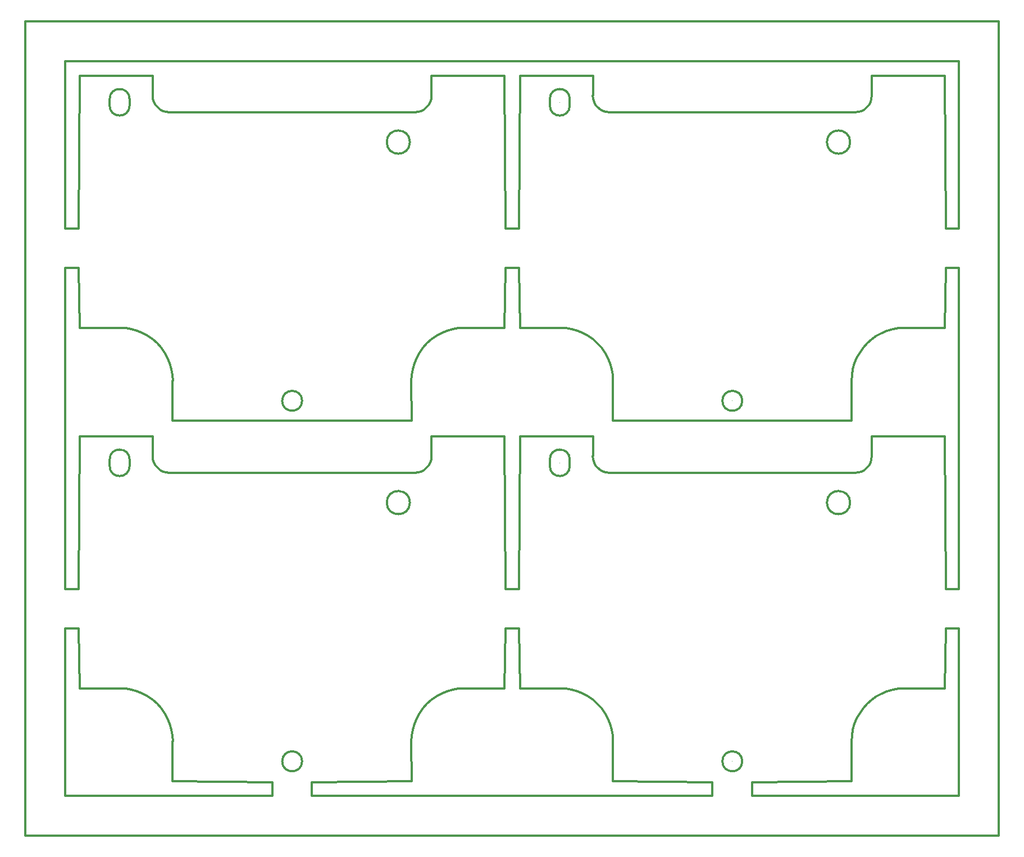
<source format=gm1>
%TF.GenerationSoftware,KiCad,Pcbnew,(6.0.0)*%
%TF.CreationDate,2022-02-12T17:38:03+08:00*%
%TF.ProjectId,SX7H02050048PB,53583748-3032-4303-9530-30343850422e,rev?*%
%TF.SameCoordinates,Original*%
%TF.FileFunction,Profile,NP*%
%FSLAX46Y46*%
G04 Gerber Fmt 4.6, Leading zero omitted, Abs format (unit mm)*
G04 Created by KiCad (PCBNEW (6.0.0)) date 2022-02-12 17:38:03*
%MOMM*%
%LPD*%
G01*
G04 APERTURE LIST*
%TA.AperFunction,Profile*%
%ADD10C,0.350000*%
%TD*%
%TA.AperFunction,Profile*%
%ADD11C,0.010049*%
%TD*%
%TA.AperFunction,Profile*%
%ADD12C,0.010050*%
%TD*%
G04 APERTURE END LIST*
D10*
X129525000Y-134700122D02*
X129525000Y-136700122D01*
X123525000Y-134700122D02*
X123525000Y-136700122D01*
X129525000Y-136700122D02*
X160700000Y-136700122D01*
X63175000Y-136700122D02*
X123525000Y-136700122D01*
X129525000Y-134700122D02*
X144525000Y-134525122D01*
X108525000Y-134525122D02*
X123525000Y-134700122D01*
X63175000Y-134700122D02*
X63175000Y-136700122D01*
X57175000Y-134700122D02*
X57175000Y-136700122D01*
X26000000Y-136700122D02*
X57175000Y-136700122D01*
X63175000Y-134700122D02*
X78175000Y-134525122D01*
X42175000Y-134525122D02*
X57175000Y-134700122D01*
X158700000Y-111525091D02*
X160700000Y-111525091D01*
X158700000Y-105525091D02*
X160700000Y-105525091D01*
X160700000Y-111525091D02*
X160700000Y-136700122D01*
X160700000Y-57175030D02*
X160700000Y-105525091D01*
X158700000Y-111525091D02*
X158525000Y-120525122D01*
X158525000Y-82525061D02*
X158700000Y-105525091D01*
X92350000Y-111525091D02*
X94350000Y-111525091D01*
X92350000Y-105525091D02*
X94350000Y-105525091D01*
X94350000Y-111525091D02*
X94525000Y-120525122D01*
X94525000Y-82525061D02*
X94350000Y-105525091D01*
X92350000Y-111525091D02*
X92175000Y-120525122D01*
X92175000Y-82525061D02*
X92350000Y-105525091D01*
X26000000Y-111525091D02*
X28000000Y-111525091D01*
X26000000Y-105525091D02*
X28000000Y-105525091D01*
X28000000Y-111525091D02*
X28175000Y-120525122D01*
X28175000Y-82525061D02*
X28000000Y-105525091D01*
X26000000Y-111525091D02*
X26000000Y-136700122D01*
X26000000Y-57175030D02*
X26000000Y-105525091D01*
X158700000Y-57175030D02*
X160700000Y-57175030D01*
X158700000Y-51175030D02*
X160700000Y-51175030D01*
X160700000Y-26000000D02*
X160700000Y-51175030D01*
X158700000Y-57175030D02*
X158525000Y-66175061D01*
X158525000Y-28175000D02*
X158700000Y-51175030D01*
X92350000Y-57175030D02*
X94350000Y-57175030D01*
X92350000Y-51175030D02*
X94350000Y-51175030D01*
X94350000Y-57175030D02*
X94525000Y-66175061D01*
X94525000Y-28175000D02*
X94350000Y-51175030D01*
X92350000Y-57175030D02*
X92175000Y-66175061D01*
X92175000Y-28175000D02*
X92350000Y-51175030D01*
X26000000Y-57175030D02*
X28000000Y-57175030D01*
X26000000Y-51175030D02*
X28000000Y-51175030D01*
X28000000Y-57175030D02*
X28175000Y-66175061D01*
X28175000Y-28175000D02*
X28000000Y-51175030D01*
X26000000Y-26000000D02*
X26000000Y-51175030D01*
X107063636Y-87845923D02*
X106629371Y-87613806D01*
X108336707Y-126742102D02*
X108487220Y-127627966D01*
X147529212Y-122260596D02*
X148262061Y-121740637D01*
X107309485Y-124262122D02*
X107744117Y-125048560D01*
X105525000Y-85525061D02*
X105525000Y-82525061D01*
X108025000Y-88037146D02*
X107534888Y-87988928D01*
X144525000Y-134525122D02*
X144512427Y-128525122D01*
X107534888Y-87988928D02*
X107063636Y-87845923D01*
X144713294Y-126742102D02*
X144962073Y-125878699D01*
X144512427Y-128525122D02*
X144562781Y-127627966D01*
X106789527Y-123529334D02*
X107309485Y-124262122D01*
X145740516Y-124262122D02*
X146260474Y-123529334D01*
X105704139Y-86486426D02*
X105561133Y-86015173D01*
X147113746Y-86920691D02*
X146801307Y-87301367D01*
X149878638Y-120962134D02*
X150742041Y-120713355D01*
X99025000Y-87019080D02*
X99025000Y-86019080D01*
X108087928Y-125878699D02*
X108336707Y-126742102D01*
X105525000Y-82525061D02*
X94525000Y-82525061D01*
X128028967Y-131525122D02*
G75*
G03*
X128028967Y-131525122I-1499999J0D01*
G01*
X147525000Y-85525061D02*
X147537085Y-85525061D01*
X107744117Y-125048560D02*
X108087928Y-125878699D01*
X158525000Y-82525061D02*
X147525000Y-82525061D01*
X105936255Y-86920691D02*
X105704139Y-86486426D01*
X108487220Y-127627966D02*
X108537574Y-128525122D01*
X105512915Y-85525061D02*
X105525000Y-85525061D01*
X150742041Y-120713355D02*
X151627906Y-120562842D01*
X144285436Y-92520422D02*
G75*
G03*
X144285436Y-92520422I-1749999J0D01*
G01*
X102025000Y-86019080D02*
G75*
G03*
X99025000Y-86019080I-1500000J0D01*
G01*
X99025000Y-87019080D02*
G75*
G03*
X102025000Y-87019080I1500000J0D01*
G01*
X144562781Y-127627966D02*
X144713294Y-126742102D01*
X103171363Y-120962134D02*
X104001502Y-121306006D01*
X108537574Y-128525122D02*
X108525000Y-128525122D01*
X101422095Y-120562842D02*
X102307959Y-120713355D01*
X146260474Y-123529334D02*
X146859229Y-122859351D01*
X148262061Y-121740637D02*
X149048499Y-121306006D01*
D11*
X126533992Y-131525122D02*
G75*
G03*
X126533992Y-131525122I-5024J0D01*
G01*
D10*
X152525000Y-120525122D02*
X158525000Y-120525122D01*
X106190772Y-122859351D02*
X106789527Y-123529334D01*
X94525000Y-120525122D02*
X100525000Y-120512488D01*
X147537085Y-85525061D02*
X147488868Y-86015173D01*
X146859229Y-122859351D02*
X147529212Y-122260596D01*
X145305884Y-125048560D02*
X145740516Y-124262122D01*
X106248694Y-87301367D02*
X105936255Y-86920691D01*
D11*
X142540461Y-92520422D02*
G75*
G03*
X142540461Y-92520422I-5024J0D01*
G01*
D10*
X105520789Y-122260596D02*
X106190772Y-122859351D01*
X147488868Y-86015173D02*
X147345862Y-86486426D01*
X152525000Y-120512488D02*
X152525000Y-120525122D01*
X145025000Y-88025061D02*
X108025000Y-88025061D01*
X145515113Y-87988928D02*
X145025000Y-88037146D01*
X102025000Y-86019080D02*
X102025000Y-87019080D01*
X147345862Y-86486426D02*
X147113746Y-86920691D01*
X104787940Y-121740637D02*
X105520789Y-122260596D01*
X108025000Y-88025061D02*
X108025000Y-88037146D01*
X147525000Y-82525061D02*
X147525000Y-85525061D01*
X145986365Y-87845923D02*
X145515113Y-87988928D01*
X146801307Y-87301367D02*
X146420630Y-87613806D01*
X149048499Y-121306006D02*
X149878638Y-120962134D01*
X145025000Y-88037146D02*
X145025000Y-88025061D01*
X102307959Y-120713355D02*
X103171363Y-120962134D01*
X144962073Y-125878699D02*
X145305884Y-125048560D01*
D12*
X100530025Y-86519080D02*
G75*
G03*
X100530025Y-86519080I-5025J0D01*
G01*
D10*
X146420630Y-87613806D02*
X145986365Y-87845923D01*
X151627906Y-120562842D02*
X152525000Y-120512488D01*
X104001502Y-121306006D02*
X104787940Y-121740637D01*
X100525000Y-120512488D02*
X101422095Y-120562842D01*
X106629371Y-87613806D02*
X106248694Y-87301367D01*
X105561133Y-86015173D02*
X105512915Y-85525061D01*
X108525000Y-128525122D02*
X108525000Y-134525122D01*
X40713636Y-87845923D02*
X40279371Y-87613806D01*
X41986707Y-126742102D02*
X42137220Y-127627966D01*
X81179212Y-122260596D02*
X81912061Y-121740637D01*
X40959485Y-124262122D02*
X41394117Y-125048560D01*
X39175000Y-85525061D02*
X39175000Y-82525061D01*
X41675000Y-88037146D02*
X41184888Y-87988928D01*
X78175000Y-134525122D02*
X78162427Y-128525122D01*
X41184888Y-87988928D02*
X40713636Y-87845923D01*
X78363294Y-126742102D02*
X78612073Y-125878699D01*
X78162427Y-128525122D02*
X78212781Y-127627966D01*
X40439527Y-123529334D02*
X40959485Y-124262122D01*
X79390516Y-124262122D02*
X79910474Y-123529334D01*
X39354139Y-86486426D02*
X39211133Y-86015173D01*
X80763746Y-86920691D02*
X80451307Y-87301367D01*
X83528638Y-120962134D02*
X84392041Y-120713355D01*
X32675000Y-87019080D02*
X32675000Y-86019080D01*
X41737928Y-125878699D02*
X41986707Y-126742102D01*
X39175000Y-82525061D02*
X28175000Y-82525061D01*
X61678967Y-131525122D02*
G75*
G03*
X61678967Y-131525122I-1499999J0D01*
G01*
X81175000Y-85525061D02*
X81187085Y-85525061D01*
X41394117Y-125048560D02*
X41737928Y-125878699D01*
X92175000Y-82525061D02*
X81175000Y-82525061D01*
X39586255Y-86920691D02*
X39354139Y-86486426D01*
X42137220Y-127627966D02*
X42187574Y-128525122D01*
X39162915Y-85525061D02*
X39175000Y-85525061D01*
X84392041Y-120713355D02*
X85277906Y-120562842D01*
X77935436Y-92520422D02*
G75*
G03*
X77935436Y-92520422I-1749999J0D01*
G01*
X35675000Y-86019080D02*
G75*
G03*
X32675000Y-86019080I-1500000J0D01*
G01*
X32675000Y-87019080D02*
G75*
G03*
X35675000Y-87019080I1500000J0D01*
G01*
X78212781Y-127627966D02*
X78363294Y-126742102D01*
X36821363Y-120962134D02*
X37651502Y-121306006D01*
X42187574Y-128525122D02*
X42175000Y-128525122D01*
X35072095Y-120562842D02*
X35957959Y-120713355D01*
X79910474Y-123529334D02*
X80509229Y-122859351D01*
X81912061Y-121740637D02*
X82698499Y-121306006D01*
D11*
X60183992Y-131525122D02*
G75*
G03*
X60183992Y-131525122I-5024J0D01*
G01*
D10*
X86175000Y-120525122D02*
X92175000Y-120525122D01*
X39840772Y-122859351D02*
X40439527Y-123529334D01*
X28175000Y-120525122D02*
X34175000Y-120512488D01*
X81187085Y-85525061D02*
X81138868Y-86015173D01*
X80509229Y-122859351D02*
X81179212Y-122260596D01*
X78955884Y-125048560D02*
X79390516Y-124262122D01*
X39898694Y-87301367D02*
X39586255Y-86920691D01*
D11*
X76190461Y-92520422D02*
G75*
G03*
X76190461Y-92520422I-5024J0D01*
G01*
D10*
X39170789Y-122260596D02*
X39840772Y-122859351D01*
X81138868Y-86015173D02*
X80995862Y-86486426D01*
X86175000Y-120512488D02*
X86175000Y-120525122D01*
X78675000Y-88025061D02*
X41675000Y-88025061D01*
X79165113Y-87988928D02*
X78675000Y-88037146D01*
X35675000Y-86019080D02*
X35675000Y-87019080D01*
X80995862Y-86486426D02*
X80763746Y-86920691D01*
X38437940Y-121740637D02*
X39170789Y-122260596D01*
X41675000Y-88025061D02*
X41675000Y-88037146D01*
X81175000Y-82525061D02*
X81175000Y-85525061D01*
X79636365Y-87845923D02*
X79165113Y-87988928D01*
X80451307Y-87301367D02*
X80070630Y-87613806D01*
X82698499Y-121306006D02*
X83528638Y-120962134D01*
X78675000Y-88037146D02*
X78675000Y-88025061D01*
X35957959Y-120713355D02*
X36821363Y-120962134D01*
X78612073Y-125878699D02*
X78955884Y-125048560D01*
D12*
X34180025Y-86519080D02*
G75*
G03*
X34180025Y-86519080I-5025J0D01*
G01*
D10*
X80070630Y-87613806D02*
X79636365Y-87845923D01*
X85277906Y-120562842D02*
X86175000Y-120512488D01*
X37651502Y-121306006D02*
X38437940Y-121740637D01*
X34175000Y-120512488D02*
X35072095Y-120562842D01*
X40279371Y-87613806D02*
X39898694Y-87301367D01*
X39211133Y-86015173D02*
X39162915Y-85525061D01*
X42175000Y-128525122D02*
X42175000Y-134525122D01*
X107063636Y-33495862D02*
X106629371Y-33263745D01*
X108336707Y-72392041D02*
X108487220Y-73277905D01*
X147529212Y-67910535D02*
X148262061Y-67390576D01*
X107309485Y-69912061D02*
X107744117Y-70698499D01*
X105525000Y-31175000D02*
X105525000Y-28175000D01*
X108025000Y-33687085D02*
X107534888Y-33638867D01*
X144525000Y-80175061D02*
X144512427Y-74175061D01*
X107534888Y-33638867D02*
X107063636Y-33495862D01*
X144713294Y-72392041D02*
X144962073Y-71528638D01*
X144512427Y-74175061D02*
X144562781Y-73277905D01*
X106789527Y-69179273D02*
X107309485Y-69912061D01*
X145740516Y-69912061D02*
X146260474Y-69179273D01*
X105704139Y-32136365D02*
X105561133Y-31665112D01*
X147113746Y-32570630D02*
X146801307Y-32951306D01*
X149878638Y-66612073D02*
X150742041Y-66363294D01*
X99025000Y-32669019D02*
X99025000Y-31669019D01*
X108087928Y-71528638D02*
X108336707Y-72392041D01*
X105525000Y-28175000D02*
X94525000Y-28175000D01*
X128028967Y-77175061D02*
G75*
G03*
X128028967Y-77175061I-1499999J0D01*
G01*
X147525000Y-31175000D02*
X147537085Y-31175000D01*
X107744117Y-70698499D02*
X108087928Y-71528638D01*
X158525000Y-28175000D02*
X147525000Y-28175000D01*
X105936255Y-32570630D02*
X105704139Y-32136365D01*
X108487220Y-73277905D02*
X108537574Y-74175061D01*
X105512915Y-31175000D02*
X105525000Y-31175000D01*
X150742041Y-66363294D02*
X151627906Y-66212781D01*
X144285436Y-38170361D02*
G75*
G03*
X144285436Y-38170361I-1749999J0D01*
G01*
X102025000Y-31669019D02*
G75*
G03*
X99025000Y-31669019I-1500000J0D01*
G01*
X99025000Y-32669019D02*
G75*
G03*
X102025000Y-32669019I1500000J0D01*
G01*
X144562781Y-73277905D02*
X144713294Y-72392041D01*
X103171363Y-66612073D02*
X104001502Y-66955945D01*
X108537574Y-74175061D02*
X108525000Y-74175061D01*
X101422095Y-66212781D02*
X102307959Y-66363294D01*
X146260474Y-69179273D02*
X146859229Y-68509290D01*
X148262061Y-67390576D02*
X149048499Y-66955945D01*
X108525000Y-80175061D02*
X144525000Y-80175061D01*
D11*
X126533992Y-77175061D02*
G75*
G03*
X126533992Y-77175061I-5024J0D01*
G01*
D10*
X152525000Y-66175061D02*
X158525000Y-66175061D01*
X106190772Y-68509290D02*
X106789527Y-69179273D01*
X94525000Y-66175061D02*
X100525000Y-66162427D01*
X147537085Y-31175000D02*
X147488868Y-31665112D01*
X146859229Y-68509290D02*
X147529212Y-67910535D01*
X145305884Y-70698499D02*
X145740516Y-69912061D01*
X106248694Y-32951306D02*
X105936255Y-32570630D01*
D11*
X142540461Y-38170361D02*
G75*
G03*
X142540461Y-38170361I-5024J0D01*
G01*
D10*
X105520789Y-67910535D02*
X106190772Y-68509290D01*
X147488868Y-31665112D02*
X147345862Y-32136365D01*
X152525000Y-66162427D02*
X152525000Y-66175061D01*
X145025000Y-33675000D02*
X108025000Y-33675000D01*
X145515113Y-33638867D02*
X145025000Y-33687085D01*
X102025000Y-31669019D02*
X102025000Y-32669019D01*
X147345862Y-32136365D02*
X147113746Y-32570630D01*
X104787940Y-67390576D02*
X105520789Y-67910535D01*
X108025000Y-33675000D02*
X108025000Y-33687085D01*
X147525000Y-28175000D02*
X147525000Y-31175000D01*
X145986365Y-33495862D02*
X145515113Y-33638867D01*
X146801307Y-32951306D02*
X146420630Y-33263745D01*
X149048499Y-66955945D02*
X149878638Y-66612073D01*
X145025000Y-33687085D02*
X145025000Y-33675000D01*
X102307959Y-66363294D02*
X103171363Y-66612073D01*
X144962073Y-71528638D02*
X145305884Y-70698499D01*
D12*
X100530025Y-32169019D02*
G75*
G03*
X100530025Y-32169019I-5025J0D01*
G01*
D10*
X146420630Y-33263745D02*
X145986365Y-33495862D01*
X151627906Y-66212781D02*
X152525000Y-66162427D01*
X104001502Y-66955945D02*
X104787940Y-67390576D01*
X100525000Y-66162427D02*
X101422095Y-66212781D01*
X106629371Y-33263745D02*
X106248694Y-32951306D01*
X105561133Y-31665112D02*
X105512915Y-31175000D01*
X108525000Y-74175061D02*
X108525000Y-80175061D01*
X40713636Y-33495862D02*
X40279371Y-33263745D01*
X41986707Y-72392041D02*
X42137220Y-73277905D01*
X81179212Y-67910535D02*
X81912061Y-67390576D01*
X40959485Y-69912061D02*
X41394117Y-70698499D01*
X39175000Y-31175000D02*
X39175000Y-28175000D01*
X41675000Y-33687085D02*
X41184888Y-33638867D01*
X78175000Y-80175061D02*
X78162427Y-74175061D01*
X41184888Y-33638867D02*
X40713636Y-33495862D01*
X78363294Y-72392041D02*
X78612073Y-71528638D01*
X78162427Y-74175061D02*
X78212781Y-73277905D01*
X40439527Y-69179273D02*
X40959485Y-69912061D01*
X79390516Y-69912061D02*
X79910474Y-69179273D01*
X39354139Y-32136365D02*
X39211133Y-31665112D01*
X80763746Y-32570630D02*
X80451307Y-32951306D01*
X83528638Y-66612073D02*
X84392041Y-66363294D01*
X32675000Y-32669019D02*
X32675000Y-31669019D01*
X41737928Y-71528638D02*
X41986707Y-72392041D01*
X39175000Y-28175000D02*
X28175000Y-28175000D01*
X61678967Y-77175061D02*
G75*
G03*
X61678967Y-77175061I-1499999J0D01*
G01*
X81175000Y-31175000D02*
X81187085Y-31175000D01*
X41394117Y-70698499D02*
X41737928Y-71528638D01*
X92175000Y-28175000D02*
X81175000Y-28175000D01*
X39586255Y-32570630D02*
X39354139Y-32136365D01*
X42137220Y-73277905D02*
X42187574Y-74175061D01*
X39162915Y-31175000D02*
X39175000Y-31175000D01*
X84392041Y-66363294D02*
X85277906Y-66212781D01*
X77935436Y-38170361D02*
G75*
G03*
X77935436Y-38170361I-1749999J0D01*
G01*
X35675000Y-31669019D02*
G75*
G03*
X32675000Y-31669019I-1500000J0D01*
G01*
X32675000Y-32669019D02*
G75*
G03*
X35675000Y-32669019I1500000J0D01*
G01*
X78212781Y-73277905D02*
X78363294Y-72392041D01*
X36821363Y-66612073D02*
X37651502Y-66955945D01*
X42187574Y-74175061D02*
X42175000Y-74175061D01*
X35072095Y-66212781D02*
X35957959Y-66363294D01*
X79910474Y-69179273D02*
X80509229Y-68509290D01*
X81912061Y-67390576D02*
X82698499Y-66955945D01*
X42175000Y-80175061D02*
X78175000Y-80175061D01*
D11*
X60183992Y-77175061D02*
G75*
G03*
X60183992Y-77175061I-5024J0D01*
G01*
D10*
X86175000Y-66175061D02*
X92175000Y-66175061D01*
X39840772Y-68509290D02*
X40439527Y-69179273D01*
X28175000Y-66175061D02*
X34175000Y-66162427D01*
X81187085Y-31175000D02*
X81138868Y-31665112D01*
X80509229Y-68509290D02*
X81179212Y-67910535D01*
X78955884Y-70698499D02*
X79390516Y-69912061D01*
X39898694Y-32951306D02*
X39586255Y-32570630D01*
D11*
X76190461Y-38170361D02*
G75*
G03*
X76190461Y-38170361I-5024J0D01*
G01*
D10*
X39170789Y-67910535D02*
X39840772Y-68509290D01*
X81138868Y-31665112D02*
X80995862Y-32136365D01*
X86175000Y-66162427D02*
X86175000Y-66175061D01*
X78675000Y-33675000D02*
X41675000Y-33675000D01*
X79165113Y-33638867D02*
X78675000Y-33687085D01*
X35675000Y-31669019D02*
X35675000Y-32669019D01*
X80995862Y-32136365D02*
X80763746Y-32570630D01*
X38437940Y-67390576D02*
X39170789Y-67910535D01*
X41675000Y-33675000D02*
X41675000Y-33687085D01*
X81175000Y-28175000D02*
X81175000Y-31175000D01*
X79636365Y-33495862D02*
X79165113Y-33638867D01*
X80451307Y-32951306D02*
X80070630Y-33263745D01*
X82698499Y-66955945D02*
X83528638Y-66612073D01*
X78675000Y-33687085D02*
X78675000Y-33675000D01*
X35957959Y-66363294D02*
X36821363Y-66612073D01*
X78612073Y-71528638D02*
X78955884Y-70698499D01*
D12*
X34180025Y-32169019D02*
G75*
G03*
X34180025Y-32169019I-5025J0D01*
G01*
D10*
X80070630Y-33263745D02*
X79636365Y-33495862D01*
X85277906Y-66212781D02*
X86175000Y-66162427D01*
X37651502Y-66955945D02*
X38437940Y-67390576D01*
X34175000Y-66162427D02*
X35072095Y-66212781D01*
X40279371Y-33263745D02*
X39898694Y-32951306D01*
X39211133Y-31665112D02*
X39162915Y-31175000D01*
X42175000Y-74175061D02*
X42175000Y-80175061D01*
X26000000Y-26000000D02*
X160700000Y-26000000D01*
X20000000Y-20000000D02*
X20000000Y-142700122D01*
X20000000Y-142700122D02*
X166700000Y-142700122D01*
X166700000Y-20000000D02*
X166700000Y-142700122D01*
X20000000Y-20000000D02*
X166700000Y-20000000D01*
M02*

</source>
